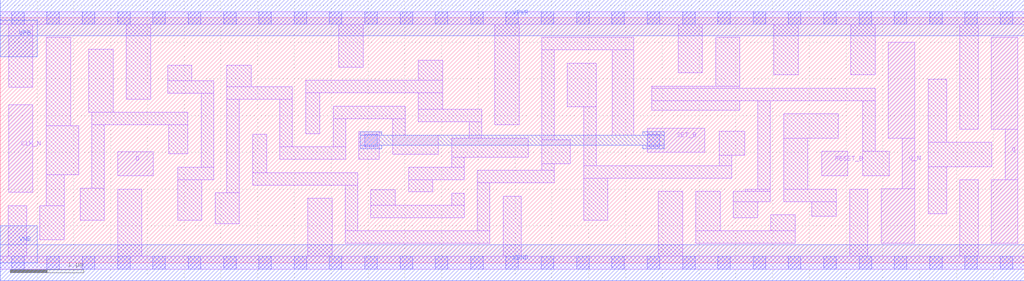
<source format=lef>
# Copyright 2020 The SkyWater PDK Authors
#
# Licensed under the Apache License, Version 2.0 (the "License");
# you may not use this file except in compliance with the License.
# You may obtain a copy of the License at
#
#     https://www.apache.org/licenses/LICENSE-2.0
#
# Unless required by applicable law or agreed to in writing, software
# distributed under the License is distributed on an "AS IS" BASIS,
# WITHOUT WARRANTIES OR CONDITIONS OF ANY KIND, either express or implied.
# See the License for the specific language governing permissions and
# limitations under the License.
#
# SPDX-License-Identifier: Apache-2.0

VERSION 5.5 ;
NAMESCASESENSITIVE ON ;
BUSBITCHARS "[]" ;
DIVIDERCHAR "/" ;
MACRO sky130_fd_sc_lp__dfbbn_1
  CLASS CORE ;
  SOURCE USER ;
  ORIGIN  0.000000  0.000000 ;
  SIZE  13.92000 BY  3.330000 ;
  SYMMETRY X Y R90 ;
  SITE unit ;
  PIN D
    ANTENNAGATEAREA  0.126000 ;
    DIRECTION INPUT ;
    USE SIGNAL ;
    PORT
      LAYER li1 ;
        RECT 1.595000 1.180000 2.080000 1.510000 ;
    END
  END D
  PIN Q
    ANTENNADIFFAREA  0.598500 ;
    DIRECTION OUTPUT ;
    USE SIGNAL ;
    PORT
      LAYER li1 ;
        RECT 13.475000 0.265000 13.830000 1.125000 ;
        RECT 13.475000 1.815000 13.830000 3.065000 ;
        RECT 13.660000 1.125000 13.830000 1.815000 ;
    END
  END Q
  PIN Q_N
    ANTENNADIFFAREA  0.585900 ;
    DIRECTION OUTPUT ;
    USE SIGNAL ;
    PORT
      LAYER li1 ;
        RECT 11.975000 0.265000 12.435000 1.005000 ;
        RECT 12.075000 1.695000 12.435000 2.995000 ;
        RECT 12.265000 1.005000 12.435000 1.695000 ;
    END
  END Q_N
  PIN RESET_B
    ANTENNAGATEAREA  0.159000 ;
    DIRECTION INPUT ;
    USE SIGNAL ;
    PORT
      LAYER li1 ;
        RECT 11.165000 1.180000 11.520000 1.515000 ;
    END
  END RESET_B
  PIN SET_B
    ANTENNAPARTIALMETALSIDEAREA  3.115000 ;
    DIRECTION INPUT ;
    USE SIGNAL ;
    PORT
      LAYER li1 ;
        RECT 8.795000 1.500000 9.580000 1.830000 ;
    END
  END SET_B
  PIN CLK_N
    ANTENNAGATEAREA  0.159000 ;
    DIRECTION INPUT ;
    USE CLOCK ;
    PORT
      LAYER li1 ;
        RECT 0.115000 0.955000 0.445000 2.150000 ;
    END
  END CLK_N
  PIN VGND
    DIRECTION INOUT ;
    USE GROUND ;
    PORT
      LAYER met1 ;
        RECT 0.000000 -0.245000 13.920000 0.245000 ;
    END
  END VGND
  PIN VNB
    DIRECTION INOUT ;
    USE GROUND ;
    PORT
      LAYER met1 ;
        RECT 0.000000 0.000000 0.500000 0.500000 ;
    END
  END VNB
  PIN VPB
    DIRECTION INOUT ;
    USE POWER ;
    PORT
      LAYER met1 ;
        RECT 0.000000 2.800000 0.500000 3.300000 ;
    END
  END VPB
  PIN VPWR
    DIRECTION INOUT ;
    USE POWER ;
    PORT
      LAYER met1 ;
        RECT 0.000000 3.085000 13.920000 3.575000 ;
    END
  END VPWR
  OBS
    LAYER li1 ;
      RECT  0.000000 -0.085000 13.920000 0.085000 ;
      RECT  0.000000  3.245000 13.920000 3.415000 ;
      RECT  0.110000  0.085000  0.360000 0.775000 ;
      RECT  0.115000  2.385000  0.445000 3.245000 ;
      RECT  0.540000  0.315000  0.870000 0.775000 ;
      RECT  0.625000  0.775000  0.870000 1.195000 ;
      RECT  0.625000  1.195000  1.065000 1.865000 ;
      RECT  0.625000  1.865000  0.955000 3.065000 ;
      RECT  1.085000  0.575000  1.415000 1.015000 ;
      RECT  1.205000  2.045000  1.535000 2.905000 ;
      RECT  1.245000  1.015000  1.415000 1.875000 ;
      RECT  1.245000  1.875000  2.550000 2.045000 ;
      RECT  1.595000  0.085000  1.925000 1.000000 ;
      RECT  1.715000  2.225000  2.045000 3.245000 ;
      RECT  2.275000  2.305000  2.900000 2.475000 ;
      RECT  2.275000  2.475000  2.605000 2.685000 ;
      RECT  2.290000  1.480000  2.550000 1.875000 ;
      RECT  2.410000  0.575000  2.740000 1.130000 ;
      RECT  2.410000  1.130000  2.900000 1.300000 ;
      RECT  2.730000  1.300000  2.900000 2.305000 ;
      RECT  2.920000  0.530000  3.250000 0.950000 ;
      RECT  3.080000  0.950000  3.250000 2.225000 ;
      RECT  3.080000  2.225000  3.970000 2.395000 ;
      RECT  3.080000  2.395000  3.410000 2.685000 ;
      RECT  3.430000  1.055000  4.860000 1.225000 ;
      RECT  3.430000  1.225000  3.620000 1.750000 ;
      RECT  3.800000  1.405000  4.695000 1.575000 ;
      RECT  3.800000  1.575000  3.970000 2.225000 ;
      RECT  4.150000  1.755000  4.345000 2.310000 ;
      RECT  4.150000  2.310000  6.015000 2.480000 ;
      RECT  4.180000  0.085000  4.510000 0.875000 ;
      RECT  4.525000  1.575000  4.695000 1.960000 ;
      RECT  4.525000  1.960000  5.505000 2.130000 ;
      RECT  4.605000  2.660000  4.935000 3.245000 ;
      RECT  4.690000  0.265000  6.655000 0.435000 ;
      RECT  4.690000  0.435000  4.860000 1.055000 ;
      RECT  4.875000  1.405000  5.155000 1.780000 ;
      RECT  5.040000  0.615000  6.305000 0.785000 ;
      RECT  5.040000  0.785000  5.370000 0.990000 ;
      RECT  5.335000  1.475000  5.955000 1.735000 ;
      RECT  5.335000  1.735000  5.505000 1.960000 ;
      RECT  5.550000  0.965000  5.880000 1.125000 ;
      RECT  5.550000  1.125000  6.305000 1.295000 ;
      RECT  5.685000  1.915000  6.545000 2.085000 ;
      RECT  5.685000  2.085000  6.015000 2.310000 ;
      RECT  5.685000  2.480000  6.015000 2.755000 ;
      RECT  6.135000  0.785000  6.305000 0.945000 ;
      RECT  6.135000  1.295000  6.305000 1.435000 ;
      RECT  6.135000  1.435000  7.180000 1.695000 ;
      RECT  6.375000  1.695000  6.545000 1.915000 ;
      RECT  6.485000  0.435000  6.655000 1.085000 ;
      RECT  6.485000  1.085000  7.530000 1.255000 ;
      RECT  6.725000  1.875000  7.055000 3.245000 ;
      RECT  6.835000  0.085000  7.085000 0.905000 ;
      RECT  7.360000  1.255000  7.530000 1.345000 ;
      RECT  7.360000  1.345000  7.750000 1.675000 ;
      RECT  7.360000  1.675000  7.530000 2.895000 ;
      RECT  7.360000  2.895000  8.615000 3.065000 ;
      RECT  7.710000  2.120000  8.100000 2.715000 ;
      RECT  7.930000  0.575000  8.260000 1.150000 ;
      RECT  7.930000  1.150000  9.945000 1.320000 ;
      RECT  7.930000  1.320000  8.100000 2.120000 ;
      RECT  8.320000  1.730000  8.615000 2.895000 ;
      RECT  8.860000  2.070000 10.055000 2.205000 ;
      RECT  8.860000  2.205000 11.895000 2.375000 ;
      RECT  8.860000  2.375000 10.055000 2.400000 ;
      RECT  8.945000  0.085000  9.275000 0.970000 ;
      RECT  9.215000  2.580000  9.545000 3.245000 ;
      RECT  9.455000  0.265000 10.805000 0.435000 ;
      RECT  9.455000  0.435000  9.785000 0.970000 ;
      RECT  9.725000  2.400000 10.055000 3.065000 ;
      RECT  9.775000  1.320000  9.945000 1.460000 ;
      RECT  9.775000  1.460000 10.120000 1.790000 ;
      RECT  9.965000  0.615000 10.295000 0.830000 ;
      RECT  9.965000  0.830000 10.470000 0.970000 ;
      RECT 10.125000  0.970000 10.470000 1.000000 ;
      RECT 10.300000  1.000000 10.470000 2.205000 ;
      RECT 10.475000  0.435000 10.805000 0.650000 ;
      RECT 10.515000  2.555000 10.845000 3.245000 ;
      RECT 10.650000  0.830000 11.365000 1.000000 ;
      RECT 10.650000  1.000000 10.980000 1.695000 ;
      RECT 10.650000  1.695000 11.390000 2.025000 ;
      RECT 11.035000  0.635000 11.365000 0.830000 ;
      RECT 11.545000  0.085000 11.795000 1.000000 ;
      RECT 11.565000  2.555000 11.895000 3.245000 ;
      RECT 11.725000  1.185000 12.085000 1.515000 ;
      RECT 11.725000  1.515000 11.895000 2.205000 ;
      RECT 12.615000  0.665000 12.865000 1.305000 ;
      RECT 12.615000  1.305000 13.480000 1.635000 ;
      RECT 12.615000  1.635000 12.865000 2.495000 ;
      RECT 13.045000  0.085000 13.295000 1.125000 ;
      RECT 13.045000  1.815000 13.295000 3.245000 ;
    LAYER mcon ;
      RECT  0.155000 -0.085000  0.325000 0.085000 ;
      RECT  0.155000  3.245000  0.325000 3.415000 ;
      RECT  0.635000 -0.085000  0.805000 0.085000 ;
      RECT  0.635000  3.245000  0.805000 3.415000 ;
      RECT  1.115000 -0.085000  1.285000 0.085000 ;
      RECT  1.115000  3.245000  1.285000 3.415000 ;
      RECT  1.595000 -0.085000  1.765000 0.085000 ;
      RECT  1.595000  3.245000  1.765000 3.415000 ;
      RECT  2.075000 -0.085000  2.245000 0.085000 ;
      RECT  2.075000  3.245000  2.245000 3.415000 ;
      RECT  2.555000 -0.085000  2.725000 0.085000 ;
      RECT  2.555000  3.245000  2.725000 3.415000 ;
      RECT  3.035000 -0.085000  3.205000 0.085000 ;
      RECT  3.035000  3.245000  3.205000 3.415000 ;
      RECT  3.515000 -0.085000  3.685000 0.085000 ;
      RECT  3.515000  3.245000  3.685000 3.415000 ;
      RECT  3.995000 -0.085000  4.165000 0.085000 ;
      RECT  3.995000  3.245000  4.165000 3.415000 ;
      RECT  4.475000 -0.085000  4.645000 0.085000 ;
      RECT  4.475000  3.245000  4.645000 3.415000 ;
      RECT  4.955000 -0.085000  5.125000 0.085000 ;
      RECT  4.955000  1.580000  5.125000 1.750000 ;
      RECT  4.955000  3.245000  5.125000 3.415000 ;
      RECT  5.435000 -0.085000  5.605000 0.085000 ;
      RECT  5.435000  3.245000  5.605000 3.415000 ;
      RECT  5.915000 -0.085000  6.085000 0.085000 ;
      RECT  5.915000  3.245000  6.085000 3.415000 ;
      RECT  6.395000 -0.085000  6.565000 0.085000 ;
      RECT  6.395000  3.245000  6.565000 3.415000 ;
      RECT  6.875000 -0.085000  7.045000 0.085000 ;
      RECT  6.875000  3.245000  7.045000 3.415000 ;
      RECT  7.355000 -0.085000  7.525000 0.085000 ;
      RECT  7.355000  3.245000  7.525000 3.415000 ;
      RECT  7.835000 -0.085000  8.005000 0.085000 ;
      RECT  7.835000  3.245000  8.005000 3.415000 ;
      RECT  8.315000 -0.085000  8.485000 0.085000 ;
      RECT  8.315000  3.245000  8.485000 3.415000 ;
      RECT  8.795000 -0.085000  8.965000 0.085000 ;
      RECT  8.795000  1.580000  8.965000 1.750000 ;
      RECT  8.795000  3.245000  8.965000 3.415000 ;
      RECT  9.275000 -0.085000  9.445000 0.085000 ;
      RECT  9.275000  3.245000  9.445000 3.415000 ;
      RECT  9.755000 -0.085000  9.925000 0.085000 ;
      RECT  9.755000  3.245000  9.925000 3.415000 ;
      RECT 10.235000 -0.085000 10.405000 0.085000 ;
      RECT 10.235000  3.245000 10.405000 3.415000 ;
      RECT 10.715000 -0.085000 10.885000 0.085000 ;
      RECT 10.715000  3.245000 10.885000 3.415000 ;
      RECT 11.195000 -0.085000 11.365000 0.085000 ;
      RECT 11.195000  3.245000 11.365000 3.415000 ;
      RECT 11.675000 -0.085000 11.845000 0.085000 ;
      RECT 11.675000  3.245000 11.845000 3.415000 ;
      RECT 12.155000 -0.085000 12.325000 0.085000 ;
      RECT 12.155000  3.245000 12.325000 3.415000 ;
      RECT 12.635000 -0.085000 12.805000 0.085000 ;
      RECT 12.635000  3.245000 12.805000 3.415000 ;
      RECT 13.115000 -0.085000 13.285000 0.085000 ;
      RECT 13.115000  3.245000 13.285000 3.415000 ;
      RECT 13.595000 -0.085000 13.765000 0.085000 ;
      RECT 13.595000  3.245000 13.765000 3.415000 ;
    LAYER met1 ;
      RECT 4.895000 1.550000 5.185000 1.595000 ;
      RECT 4.895000 1.595000 9.025000 1.735000 ;
      RECT 4.895000 1.735000 5.185000 1.780000 ;
      RECT 8.735000 1.550000 9.025000 1.595000 ;
      RECT 8.735000 1.735000 9.025000 1.780000 ;
  END
END sky130_fd_sc_lp__dfbbn_1
END LIBRARY

</source>
